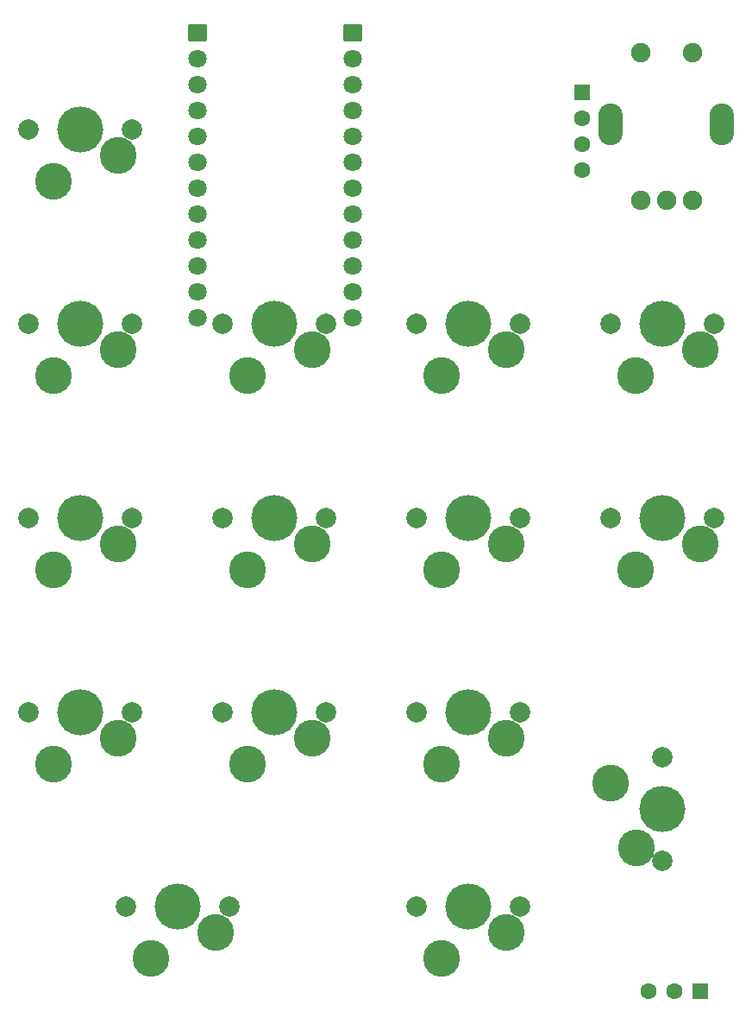
<source format=gts>
G04 Layer: TopSolderMaskLayer*
G04 EasyEDA v6.5.48, 2025-01-23 00:24:19*
G04 679677d7e51945128001c62092012e12,98668e1c1e3843b3a942620e40044077,10*
G04 Gerber Generator version 0.2*
G04 Scale: 100 percent, Rotated: No, Reflected: No *
G04 Dimensions in inches *
G04 leading zeros omitted , absolute positions ,3 integer and 6 decimal *
%FSLAX36Y36*%
%MOIN*%

%AMMACRO1*4,1,8,-0.0303,-0.0315,-0.0315,-0.0303,-0.0315,0.0303,-0.0303,0.0315,0.0303,0.0315,0.0315,0.0303,0.0315,-0.0303,0.0303,-0.0315,-0.0303,-0.0315,0*%
%AMMACRO2*4,1,8,-0.0304,-0.0315,-0.0315,-0.0304,-0.0315,0.0304,-0.0304,0.0315,0.0304,0.0315,0.0315,0.0304,0.0315,-0.0304,0.0304,-0.0315,-0.0304,-0.0315,0*%
%AMMACRO3*4,1,8,-0.0343,-0.032,-0.0355,-0.0308,-0.0355,0.0308,-0.0343,0.032,0.0343,0.032,0.0355,0.0308,0.0355,-0.0308,0.0343,-0.032,-0.0343,-0.032,0*%
%ADD10MACRO1*%
%ADD11C,0.0630*%
%ADD12C,0.1419*%
%ADD13C,0.1780*%
%ADD14C,0.0787*%
%ADD15MACRO2*%
%ADD16C,0.0631*%
%ADD17MACRO3*%
%ADD18C,0.0709*%
%ADD19C,0.0749*%
%ADD20O,0.094551X0.16147999999999998*%

%LPD*%
D10*
G01*
X2959436Y234380D03*
D11*
G01*
X2859440Y234380D03*
G01*
X2759440Y234380D03*
D12*
G01*
X461509Y1862489D03*
G01*
X711509Y1962489D03*
D13*
G01*
X562489Y2062500D03*
D14*
G01*
X762510Y2063490D03*
G01*
X362510Y2063490D03*
D12*
G01*
X1211509Y1862489D03*
G01*
X1461509Y1962489D03*
D13*
G01*
X1312489Y2062500D03*
D14*
G01*
X1512510Y2063490D03*
G01*
X1112510Y2063490D03*
D12*
G01*
X1961509Y1862489D03*
G01*
X2211509Y1962489D03*
D13*
G01*
X2062489Y2062500D03*
D14*
G01*
X2262510Y2063490D03*
G01*
X1862510Y2063490D03*
D12*
G01*
X2711610Y1862489D03*
G01*
X2961610Y1962489D03*
D13*
G01*
X2812590Y2062500D03*
D14*
G01*
X3012610Y2063490D03*
G01*
X2612610Y2063490D03*
D12*
G01*
X461509Y1112489D03*
G01*
X711509Y1212489D03*
D13*
G01*
X562489Y1312500D03*
D14*
G01*
X762510Y1313490D03*
G01*
X362510Y1313490D03*
D12*
G01*
X1211509Y1112489D03*
G01*
X1461509Y1212489D03*
D13*
G01*
X1312489Y1312500D03*
D14*
G01*
X1512510Y1313490D03*
G01*
X1112510Y1313490D03*
D12*
G01*
X1961509Y1112489D03*
G01*
X2211509Y1212489D03*
D13*
G01*
X2062489Y1312500D03*
D14*
G01*
X2262510Y1313490D03*
G01*
X1862510Y1313490D03*
D12*
G01*
X2612479Y1038479D03*
G01*
X2712479Y788479D03*
D13*
G01*
X2812489Y937500D03*
D14*
G01*
X2813479Y737480D03*
G01*
X2813479Y1137480D03*
D12*
G01*
X838109Y361089D03*
G01*
X1088109Y461089D03*
D13*
G01*
X939089Y561100D03*
D14*
G01*
X1139110Y562089D03*
G01*
X739110Y562089D03*
D12*
G01*
X1961509Y362489D03*
G01*
X2211509Y462489D03*
D13*
G01*
X2062489Y562500D03*
D14*
G01*
X2262510Y563490D03*
G01*
X1862510Y563490D03*
D15*
G01*
X2505000Y3707000D03*
D16*
G01*
X2505000Y3606999D03*
G01*
X2505000Y3506999D03*
G01*
X2505000Y3406999D03*
D17*
G01*
X1617999Y3935049D03*
D18*
G01*
X1618000Y3835050D03*
G01*
X1618000Y3735050D03*
G01*
X1618000Y3635050D03*
G01*
X1618000Y3535050D03*
G01*
X1618000Y3435050D03*
G01*
X1618000Y3335050D03*
G01*
X1618000Y3235050D03*
G01*
X1618000Y3135050D03*
G01*
X1618000Y3035050D03*
G01*
X1618000Y2935050D03*
G01*
X1618000Y2835050D03*
D17*
G01*
X1017999Y3935049D03*
D18*
G01*
X1018000Y3835050D03*
G01*
X1018000Y3735050D03*
G01*
X1018000Y3635050D03*
G01*
X1018000Y3535050D03*
G01*
X1018000Y3435050D03*
G01*
X1018000Y3335050D03*
G01*
X1018000Y3235050D03*
G01*
X1018000Y3135050D03*
G01*
X1018000Y3035050D03*
G01*
X1018000Y2935050D03*
G01*
X1018000Y2835050D03*
D12*
G01*
X461530Y3362570D03*
G01*
X711530Y3462570D03*
D13*
G01*
X562510Y3562579D03*
D14*
G01*
X762529Y3563569D03*
G01*
X362530Y3563569D03*
D12*
G01*
X461530Y2612550D03*
G01*
X711530Y2712550D03*
D13*
G01*
X562510Y2812559D03*
D14*
G01*
X762529Y2813550D03*
G01*
X362530Y2813550D03*
D12*
G01*
X1211549Y2612550D03*
G01*
X1461549Y2712550D03*
D13*
G01*
X1312529Y2812559D03*
D14*
G01*
X1512550Y2813550D03*
G01*
X1112550Y2813550D03*
D12*
G01*
X1961559Y2612550D03*
G01*
X2211559Y2712550D03*
D13*
G01*
X2062539Y2812559D03*
D14*
G01*
X2262560Y2813550D03*
G01*
X1862560Y2813550D03*
D12*
G01*
X2711580Y2612550D03*
G01*
X2961580Y2712550D03*
D13*
G01*
X2812560Y2812559D03*
D14*
G01*
X3012579Y2813550D03*
G01*
X2612579Y2813550D03*
D19*
G01*
X2728969Y3287689D03*
G01*
X2828969Y3287689D03*
G01*
X2928969Y3287689D03*
G01*
X2728969Y3858560D03*
G01*
X2928969Y3858560D03*
D20*
G01*
X3045510Y3582970D03*
G01*
X2612439Y3582970D03*
M02*

</source>
